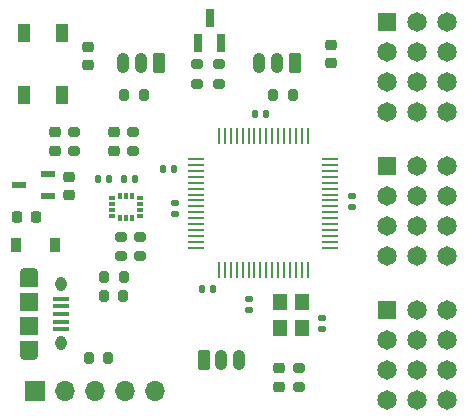
<source format=gts>
G04 #@! TF.GenerationSoftware,KiCad,Pcbnew,(6.0.0)*
G04 #@! TF.CreationDate,2022-05-01T20:50:51-06:00*
G04 #@! TF.ProjectId,RX12G,52583132-472e-46b6-9963-61645f706362,rev?*
G04 #@! TF.SameCoordinates,Original*
G04 #@! TF.FileFunction,Soldermask,Top*
G04 #@! TF.FilePolarity,Negative*
%FSLAX46Y46*%
G04 Gerber Fmt 4.6, Leading zero omitted, Abs format (unit mm)*
G04 Created by KiCad (PCBNEW (6.0.0)) date 2022-05-01 20:50:51*
%MOMM*%
%LPD*%
G01*
G04 APERTURE LIST*
G04 Aperture macros list*
%AMRoundRect*
0 Rectangle with rounded corners*
0 $1 Rounding radius*
0 $2 $3 $4 $5 $6 $7 $8 $9 X,Y pos of 4 corners*
0 Add a 4 corners polygon primitive as box body*
4,1,4,$2,$3,$4,$5,$6,$7,$8,$9,$2,$3,0*
0 Add four circle primitives for the rounded corners*
1,1,$1+$1,$2,$3*
1,1,$1+$1,$4,$5*
1,1,$1+$1,$6,$7*
1,1,$1+$1,$8,$9*
0 Add four rect primitives between the rounded corners*
20,1,$1+$1,$2,$3,$4,$5,0*
20,1,$1+$1,$4,$5,$6,$7,0*
20,1,$1+$1,$6,$7,$8,$9,0*
20,1,$1+$1,$8,$9,$2,$3,0*%
G04 Aperture macros list end*
%ADD10R,1.200000X0.600000*%
%ADD11RoundRect,0.250000X-0.265000X-0.615000X0.265000X-0.615000X0.265000X0.615000X-0.265000X0.615000X0*%
%ADD12O,1.030000X1.730000*%
%ADD13RoundRect,0.218750X0.256250X-0.218750X0.256250X0.218750X-0.256250X0.218750X-0.256250X-0.218750X0*%
%ADD14R,0.576580X0.351536*%
%ADD15R,0.351536X0.576580*%
%ADD16RoundRect,0.200000X0.275000X-0.200000X0.275000X0.200000X-0.275000X0.200000X-0.275000X-0.200000X0*%
%ADD17RoundRect,0.200000X0.200000X0.275000X-0.200000X0.275000X-0.200000X-0.275000X0.200000X-0.275000X0*%
%ADD18RoundRect,0.200000X-0.275000X0.200000X-0.275000X-0.200000X0.275000X-0.200000X0.275000X0.200000X0*%
%ADD19R,1.650000X1.650000*%
%ADD20C,1.650000*%
%ADD21RoundRect,0.070000X0.300000X-0.650000X0.300000X0.650000X-0.300000X0.650000X-0.300000X-0.650000X0*%
%ADD22RoundRect,0.218750X-0.256250X0.218750X-0.256250X-0.218750X0.256250X-0.218750X0.256250X0.218750X0*%
%ADD23RoundRect,0.200000X-0.200000X-0.275000X0.200000X-0.275000X0.200000X0.275000X-0.200000X0.275000X0*%
%ADD24RoundRect,0.140000X0.170000X-0.140000X0.170000X0.140000X-0.170000X0.140000X-0.170000X-0.140000X0*%
%ADD25R,1.200000X1.400000*%
%ADD26RoundRect,0.250000X0.265000X0.615000X-0.265000X0.615000X-0.265000X-0.615000X0.265000X-0.615000X0*%
%ADD27R,0.279400X1.346200*%
%ADD28R,1.346200X0.279400*%
%ADD29R,0.900000X1.200000*%
%ADD30RoundRect,0.225000X-0.250000X0.225000X-0.250000X-0.225000X0.250000X-0.225000X0.250000X0.225000X0*%
%ADD31R,1.350000X0.400000*%
%ADD32O,0.950000X1.250000*%
%ADD33R,1.550000X1.500000*%
%ADD34O,1.550000X0.890000*%
%ADD35R,1.550000X1.200000*%
%ADD36RoundRect,0.225000X-0.225000X-0.250000X0.225000X-0.250000X0.225000X0.250000X-0.225000X0.250000X0*%
%ADD37RoundRect,0.140000X0.140000X0.170000X-0.140000X0.170000X-0.140000X-0.170000X0.140000X-0.170000X0*%
%ADD38R,1.000000X1.550000*%
%ADD39RoundRect,0.140000X-0.170000X0.140000X-0.170000X-0.140000X0.170000X-0.140000X0.170000X0.140000X0*%
%ADD40R,1.700000X1.700000*%
%ADD41O,1.700000X1.700000*%
%ADD42RoundRect,0.140000X-0.140000X-0.170000X0.140000X-0.170000X0.140000X0.170000X-0.140000X0.170000X0*%
G04 APERTURE END LIST*
D10*
X123350000Y-108250000D03*
X123350000Y-106350000D03*
X120850000Y-107300000D03*
D11*
X136500000Y-122100000D03*
D12*
X138000000Y-122100000D03*
X139500000Y-122100000D03*
D13*
X123900000Y-104387500D03*
X123900000Y-102812500D03*
D14*
X131145300Y-109915001D03*
X131145300Y-109415000D03*
X131145300Y-108915000D03*
X131145300Y-108414999D03*
D15*
X130434999Y-108208700D03*
X129935000Y-108208700D03*
X129435001Y-108208700D03*
D14*
X128724700Y-108414999D03*
X128724700Y-108915000D03*
X128724700Y-109415000D03*
X128724700Y-109915001D03*
D15*
X129435001Y-110121300D03*
X129935000Y-110121300D03*
X130434999Y-110121300D03*
D16*
X131100000Y-113325000D03*
X131100000Y-111675000D03*
X137800000Y-98725000D03*
X137800000Y-97075000D03*
D13*
X128900000Y-104387500D03*
X128900000Y-102812500D03*
D17*
X131425000Y-99700000D03*
X129775000Y-99700000D03*
D18*
X144600000Y-122775000D03*
X144600000Y-124425000D03*
D19*
X152047500Y-105690000D03*
D20*
X154587500Y-105690000D03*
X157127500Y-105690000D03*
X152047500Y-108230000D03*
X154587500Y-108230000D03*
X157127500Y-108230000D03*
X152047500Y-110770000D03*
X154587500Y-110770000D03*
X157127500Y-110770000D03*
X152047500Y-113310000D03*
X154587500Y-113310000D03*
X157127500Y-113310000D03*
D21*
X136050000Y-95260000D03*
X137950000Y-95260000D03*
X137000000Y-93160000D03*
D22*
X126700000Y-95582500D03*
X126700000Y-97157500D03*
D23*
X128075000Y-115050000D03*
X129725000Y-115050000D03*
D16*
X135900000Y-98725000D03*
X135900000Y-97075000D03*
D23*
X142375000Y-99700000D03*
X144025000Y-99700000D03*
D24*
X134100000Y-109780000D03*
X134100000Y-108820000D03*
D23*
X128050000Y-116675000D03*
X129700000Y-116675000D03*
D25*
X144850000Y-119400000D03*
X144850000Y-117200000D03*
X142950000Y-117200000D03*
X142950000Y-119400000D03*
D26*
X144200000Y-96950000D03*
D12*
X142700000Y-96950000D03*
X141200000Y-96950000D03*
D27*
X145297500Y-103170600D03*
X144797501Y-103170600D03*
X144297500Y-103170600D03*
X143797501Y-103170600D03*
X143297499Y-103170600D03*
X142797500Y-103170600D03*
X142297501Y-103170600D03*
X141797500Y-103170600D03*
X141297500Y-103170600D03*
X140797499Y-103170600D03*
X140297500Y-103170600D03*
X139797501Y-103170600D03*
X139297499Y-103170600D03*
X138797500Y-103170600D03*
X138297499Y-103170600D03*
X137797500Y-103170600D03*
D28*
X135870600Y-105097500D03*
X135870600Y-105597499D03*
X135870600Y-106097500D03*
X135870600Y-106597499D03*
X135870600Y-107097501D03*
X135870600Y-107597500D03*
X135870600Y-108097499D03*
X135870600Y-108597500D03*
X135870600Y-109097500D03*
X135870600Y-109597501D03*
X135870600Y-110097500D03*
X135870600Y-110597499D03*
X135870600Y-111097501D03*
X135870600Y-111597500D03*
X135870600Y-112097501D03*
X135870600Y-112597500D03*
D27*
X137797500Y-114524400D03*
X138297499Y-114524400D03*
X138797500Y-114524400D03*
X139297499Y-114524400D03*
X139797501Y-114524400D03*
X140297500Y-114524400D03*
X140797499Y-114524400D03*
X141297500Y-114524400D03*
X141797500Y-114524400D03*
X142297501Y-114524400D03*
X142797500Y-114524400D03*
X143297499Y-114524400D03*
X143797501Y-114524400D03*
X144297500Y-114524400D03*
X144797501Y-114524400D03*
X145297500Y-114524400D03*
D28*
X147224400Y-112597500D03*
X147224400Y-112097501D03*
X147224400Y-111597500D03*
X147224400Y-111097501D03*
X147224400Y-110597499D03*
X147224400Y-110097500D03*
X147224400Y-109597501D03*
X147224400Y-109097500D03*
X147224400Y-108597500D03*
X147224400Y-108097499D03*
X147224400Y-107597500D03*
X147224400Y-107097501D03*
X147224400Y-106597499D03*
X147224400Y-106097500D03*
X147224400Y-105597499D03*
X147224400Y-105097500D03*
D29*
X120650000Y-112400000D03*
X123950000Y-112400000D03*
D24*
X146500000Y-119480000D03*
X146500000Y-118520000D03*
D19*
X152047500Y-93490000D03*
D20*
X154587500Y-93490000D03*
X157127500Y-93490000D03*
X152047500Y-96030000D03*
X154587500Y-96030000D03*
X157127500Y-96030000D03*
X152047500Y-98570000D03*
X154587500Y-98570000D03*
X157127500Y-98570000D03*
X152047500Y-101110000D03*
X154587500Y-101110000D03*
X157127500Y-101110000D03*
D30*
X125100000Y-106625000D03*
X125100000Y-108175000D03*
D31*
X124385000Y-116900000D03*
X124385000Y-117550000D03*
X124385000Y-118200000D03*
X124385000Y-118850000D03*
X124385000Y-119500000D03*
D32*
X124385000Y-115700000D03*
X124385000Y-120700000D03*
D33*
X121685000Y-117200000D03*
D34*
X121685000Y-114700000D03*
D35*
X121685000Y-115300000D03*
D34*
X121685000Y-121700000D03*
D33*
X121685000Y-119200000D03*
D35*
X121685000Y-121100000D03*
D36*
X120725000Y-110000000D03*
X122275000Y-110000000D03*
D37*
X130680000Y-106800000D03*
X129720000Y-106800000D03*
D38*
X121300000Y-99625000D03*
X121300000Y-94375000D03*
X124500000Y-99625000D03*
X124500000Y-94375000D03*
D16*
X129500000Y-113325000D03*
X129500000Y-111675000D03*
D39*
X149100000Y-108220000D03*
X149100000Y-109180000D03*
D19*
X152047500Y-117890000D03*
D20*
X154587500Y-117890000D03*
X157127500Y-117890000D03*
X152047500Y-120430000D03*
X154587500Y-120430000D03*
X157127500Y-120430000D03*
X152047500Y-122970000D03*
X154587500Y-122970000D03*
X157127500Y-122970000D03*
X152047500Y-125510000D03*
X154587500Y-125510000D03*
X157127500Y-125510000D03*
D26*
X132700000Y-96950000D03*
D12*
X131200000Y-96950000D03*
X129700000Y-96950000D03*
D37*
X137280000Y-116100000D03*
X136320000Y-116100000D03*
D17*
X128425000Y-121900000D03*
X126775000Y-121900000D03*
D22*
X142900000Y-122812500D03*
X142900000Y-124387500D03*
D40*
X122225000Y-124700000D03*
D41*
X124765000Y-124700000D03*
X127305000Y-124700000D03*
X129845000Y-124700000D03*
X132385000Y-124700000D03*
D37*
X133980000Y-105950000D03*
X133020000Y-105950000D03*
D42*
X140820000Y-101300000D03*
X141780000Y-101300000D03*
D16*
X125550000Y-104425000D03*
X125550000Y-102775000D03*
D42*
X127520000Y-106800000D03*
X128480000Y-106800000D03*
D16*
X130500000Y-104425000D03*
X130500000Y-102775000D03*
D22*
X147300000Y-95412500D03*
X147300000Y-96987500D03*
D39*
X140300000Y-116920000D03*
X140300000Y-117880000D03*
M02*

</source>
